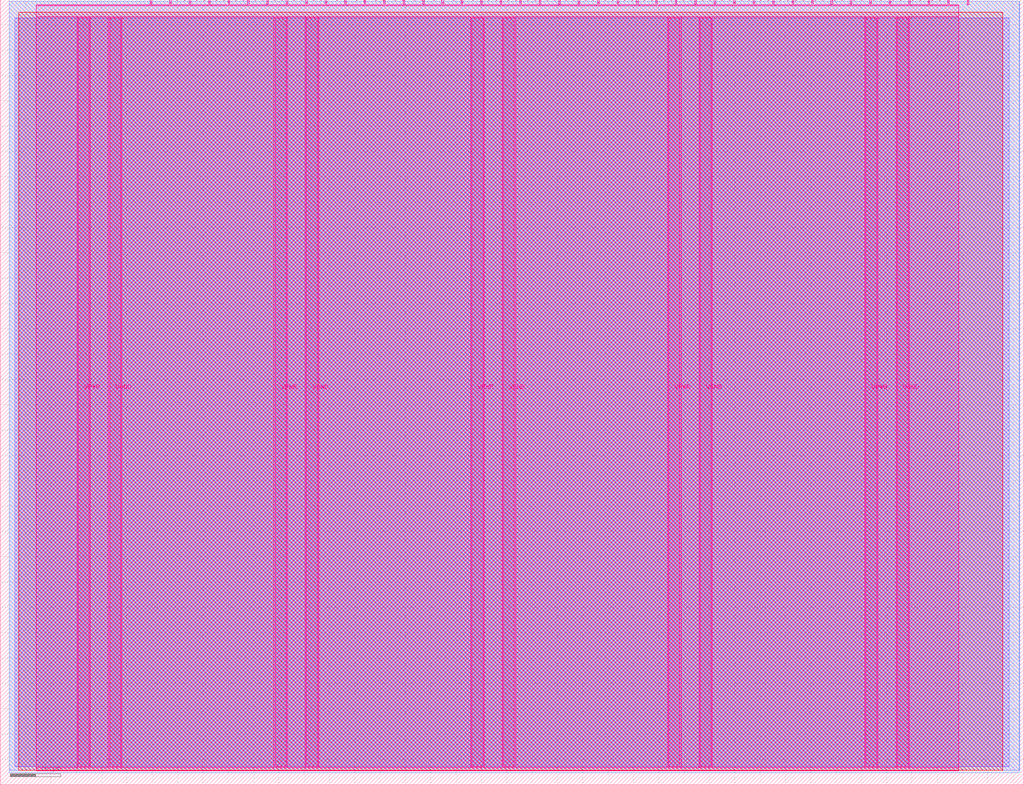
<source format=lef>
VERSION 5.7 ;
  NOWIREEXTENSIONATPIN ON ;
  DIVIDERCHAR "/" ;
  BUSBITCHARS "[]" ;
MACRO tt_um_zerotoasic_logo_screensaver
  CLASS BLOCK ;
  FOREIGN tt_um_zerotoasic_logo_screensaver ;
  ORIGIN 0.000 0.000 ;
  SIZE 202.080 BY 154.980 ;
  PIN VGND
    DIRECTION INOUT ;
    USE GROUND ;
    PORT
      LAYER Metal5 ;
        RECT 21.580 3.560 23.780 151.420 ;
    END
    PORT
      LAYER Metal5 ;
        RECT 60.450 3.560 62.650 151.420 ;
    END
    PORT
      LAYER Metal5 ;
        RECT 99.320 3.560 101.520 151.420 ;
    END
    PORT
      LAYER Metal5 ;
        RECT 138.190 3.560 140.390 151.420 ;
    END
    PORT
      LAYER Metal5 ;
        RECT 177.060 3.560 179.260 151.420 ;
    END
  END VGND
  PIN VPWR
    DIRECTION INOUT ;
    USE POWER ;
    PORT
      LAYER Metal5 ;
        RECT 15.380 3.560 17.580 151.420 ;
    END
    PORT
      LAYER Metal5 ;
        RECT 54.250 3.560 56.450 151.420 ;
    END
    PORT
      LAYER Metal5 ;
        RECT 93.120 3.560 95.320 151.420 ;
    END
    PORT
      LAYER Metal5 ;
        RECT 131.990 3.560 134.190 151.420 ;
    END
    PORT
      LAYER Metal5 ;
        RECT 170.860 3.560 173.060 151.420 ;
    END
  END VPWR
  PIN clk
    DIRECTION INPUT ;
    USE SIGNAL ;
    ANTENNAGATEAREA 0.213200 ;
    PORT
      LAYER Metal5 ;
        RECT 187.050 153.980 187.350 154.980 ;
    END
  END clk
  PIN ena
    DIRECTION INPUT ;
    USE SIGNAL ;
    PORT
      LAYER Metal5 ;
        RECT 190.890 153.980 191.190 154.980 ;
    END
  END ena
  PIN rst_n
    DIRECTION INPUT ;
    USE SIGNAL ;
    ANTENNAGATEAREA 0.213200 ;
    PORT
      LAYER Metal5 ;
        RECT 183.210 153.980 183.510 154.980 ;
    END
  END rst_n
  PIN ui_in[0]
    DIRECTION INPUT ;
    USE SIGNAL ;
    ANTENNAGATEAREA 0.180700 ;
    PORT
      LAYER Metal5 ;
        RECT 179.370 153.980 179.670 154.980 ;
    END
  END ui_in[0]
  PIN ui_in[1]
    DIRECTION INPUT ;
    USE SIGNAL ;
    ANTENNAGATEAREA 0.180700 ;
    PORT
      LAYER Metal5 ;
        RECT 175.530 153.980 175.830 154.980 ;
    END
  END ui_in[1]
  PIN ui_in[2]
    DIRECTION INPUT ;
    USE SIGNAL ;
    PORT
      LAYER Metal5 ;
        RECT 171.690 153.980 171.990 154.980 ;
    END
  END ui_in[2]
  PIN ui_in[3]
    DIRECTION INPUT ;
    USE SIGNAL ;
    PORT
      LAYER Metal5 ;
        RECT 167.850 153.980 168.150 154.980 ;
    END
  END ui_in[3]
  PIN ui_in[4]
    DIRECTION INPUT ;
    USE SIGNAL ;
    ANTENNAGATEAREA 0.180700 ;
    PORT
      LAYER Metal5 ;
        RECT 164.010 153.980 164.310 154.980 ;
    END
  END ui_in[4]
  PIN ui_in[5]
    DIRECTION INPUT ;
    USE SIGNAL ;
    ANTENNAGATEAREA 0.180700 ;
    PORT
      LAYER Metal5 ;
        RECT 160.170 153.980 160.470 154.980 ;
    END
  END ui_in[5]
  PIN ui_in[6]
    DIRECTION INPUT ;
    USE SIGNAL ;
    ANTENNAGATEAREA 0.180700 ;
    PORT
      LAYER Metal5 ;
        RECT 156.330 153.980 156.630 154.980 ;
    END
  END ui_in[6]
  PIN ui_in[7]
    DIRECTION INPUT ;
    USE SIGNAL ;
    PORT
      LAYER Metal5 ;
        RECT 152.490 153.980 152.790 154.980 ;
    END
  END ui_in[7]
  PIN uio_in[0]
    DIRECTION INPUT ;
    USE SIGNAL ;
    PORT
      LAYER Metal5 ;
        RECT 148.650 153.980 148.950 154.980 ;
    END
  END uio_in[0]
  PIN uio_in[1]
    DIRECTION INPUT ;
    USE SIGNAL ;
    PORT
      LAYER Metal5 ;
        RECT 144.810 153.980 145.110 154.980 ;
    END
  END uio_in[1]
  PIN uio_in[2]
    DIRECTION INPUT ;
    USE SIGNAL ;
    PORT
      LAYER Metal5 ;
        RECT 140.970 153.980 141.270 154.980 ;
    END
  END uio_in[2]
  PIN uio_in[3]
    DIRECTION INPUT ;
    USE SIGNAL ;
    PORT
      LAYER Metal5 ;
        RECT 137.130 153.980 137.430 154.980 ;
    END
  END uio_in[3]
  PIN uio_in[4]
    DIRECTION INPUT ;
    USE SIGNAL ;
    PORT
      LAYER Metal5 ;
        RECT 133.290 153.980 133.590 154.980 ;
    END
  END uio_in[4]
  PIN uio_in[5]
    DIRECTION INPUT ;
    USE SIGNAL ;
    PORT
      LAYER Metal5 ;
        RECT 129.450 153.980 129.750 154.980 ;
    END
  END uio_in[5]
  PIN uio_in[6]
    DIRECTION INPUT ;
    USE SIGNAL ;
    PORT
      LAYER Metal5 ;
        RECT 125.610 153.980 125.910 154.980 ;
    END
  END uio_in[6]
  PIN uio_in[7]
    DIRECTION INPUT ;
    USE SIGNAL ;
    PORT
      LAYER Metal5 ;
        RECT 121.770 153.980 122.070 154.980 ;
    END
  END uio_in[7]
  PIN uio_oe[0]
    DIRECTION OUTPUT ;
    USE SIGNAL ;
    ANTENNADIFFAREA 0.299200 ;
    PORT
      LAYER Metal5 ;
        RECT 56.490 153.980 56.790 154.980 ;
    END
  END uio_oe[0]
  PIN uio_oe[1]
    DIRECTION OUTPUT ;
    USE SIGNAL ;
    ANTENNADIFFAREA 0.299200 ;
    PORT
      LAYER Metal5 ;
        RECT 52.650 153.980 52.950 154.980 ;
    END
  END uio_oe[1]
  PIN uio_oe[2]
    DIRECTION OUTPUT ;
    USE SIGNAL ;
    ANTENNADIFFAREA 0.299200 ;
    PORT
      LAYER Metal5 ;
        RECT 48.810 153.980 49.110 154.980 ;
    END
  END uio_oe[2]
  PIN uio_oe[3]
    DIRECTION OUTPUT ;
    USE SIGNAL ;
    ANTENNADIFFAREA 0.299200 ;
    PORT
      LAYER Metal5 ;
        RECT 44.970 153.980 45.270 154.980 ;
    END
  END uio_oe[3]
  PIN uio_oe[4]
    DIRECTION OUTPUT ;
    USE SIGNAL ;
    ANTENNADIFFAREA 0.299200 ;
    PORT
      LAYER Metal5 ;
        RECT 41.130 153.980 41.430 154.980 ;
    END
  END uio_oe[4]
  PIN uio_oe[5]
    DIRECTION OUTPUT ;
    USE SIGNAL ;
    ANTENNADIFFAREA 0.299200 ;
    PORT
      LAYER Metal5 ;
        RECT 37.290 153.980 37.590 154.980 ;
    END
  END uio_oe[5]
  PIN uio_oe[6]
    DIRECTION OUTPUT ;
    USE SIGNAL ;
    ANTENNADIFFAREA 0.299200 ;
    PORT
      LAYER Metal5 ;
        RECT 33.450 153.980 33.750 154.980 ;
    END
  END uio_oe[6]
  PIN uio_oe[7]
    DIRECTION OUTPUT ;
    USE SIGNAL ;
    ANTENNADIFFAREA 0.299200 ;
    PORT
      LAYER Metal5 ;
        RECT 29.610 153.980 29.910 154.980 ;
    END
  END uio_oe[7]
  PIN uio_out[0]
    DIRECTION OUTPUT ;
    USE SIGNAL ;
    ANTENNADIFFAREA 0.299200 ;
    PORT
      LAYER Metal5 ;
        RECT 87.210 153.980 87.510 154.980 ;
    END
  END uio_out[0]
  PIN uio_out[1]
    DIRECTION OUTPUT ;
    USE SIGNAL ;
    ANTENNADIFFAREA 0.299200 ;
    PORT
      LAYER Metal5 ;
        RECT 83.370 153.980 83.670 154.980 ;
    END
  END uio_out[1]
  PIN uio_out[2]
    DIRECTION OUTPUT ;
    USE SIGNAL ;
    ANTENNADIFFAREA 0.299200 ;
    PORT
      LAYER Metal5 ;
        RECT 79.530 153.980 79.830 154.980 ;
    END
  END uio_out[2]
  PIN uio_out[3]
    DIRECTION OUTPUT ;
    USE SIGNAL ;
    ANTENNADIFFAREA 0.299200 ;
    PORT
      LAYER Metal5 ;
        RECT 75.690 153.980 75.990 154.980 ;
    END
  END uio_out[3]
  PIN uio_out[4]
    DIRECTION OUTPUT ;
    USE SIGNAL ;
    ANTENNADIFFAREA 0.299200 ;
    PORT
      LAYER Metal5 ;
        RECT 71.850 153.980 72.150 154.980 ;
    END
  END uio_out[4]
  PIN uio_out[5]
    DIRECTION OUTPUT ;
    USE SIGNAL ;
    ANTENNADIFFAREA 0.299200 ;
    PORT
      LAYER Metal5 ;
        RECT 68.010 153.980 68.310 154.980 ;
    END
  END uio_out[5]
  PIN uio_out[6]
    DIRECTION OUTPUT ;
    USE SIGNAL ;
    ANTENNADIFFAREA 0.299200 ;
    PORT
      LAYER Metal5 ;
        RECT 64.170 153.980 64.470 154.980 ;
    END
  END uio_out[6]
  PIN uio_out[7]
    DIRECTION OUTPUT ;
    USE SIGNAL ;
    ANTENNADIFFAREA 0.299200 ;
    PORT
      LAYER Metal5 ;
        RECT 60.330 153.980 60.630 154.980 ;
    END
  END uio_out[7]
  PIN uo_out[0]
    DIRECTION OUTPUT ;
    USE SIGNAL ;
    ANTENNADIFFAREA 0.632400 ;
    PORT
      LAYER Metal5 ;
        RECT 117.930 153.980 118.230 154.980 ;
    END
  END uo_out[0]
  PIN uo_out[1]
    DIRECTION OUTPUT ;
    USE SIGNAL ;
    ANTENNADIFFAREA 0.632400 ;
    PORT
      LAYER Metal5 ;
        RECT 114.090 153.980 114.390 154.980 ;
    END
  END uo_out[1]
  PIN uo_out[2]
    DIRECTION OUTPUT ;
    USE SIGNAL ;
    ANTENNADIFFAREA 0.632400 ;
    PORT
      LAYER Metal5 ;
        RECT 110.250 153.980 110.550 154.980 ;
    END
  END uo_out[2]
  PIN uo_out[3]
    DIRECTION OUTPUT ;
    USE SIGNAL ;
    ANTENNADIFFAREA 0.654800 ;
    PORT
      LAYER Metal5 ;
        RECT 106.410 153.980 106.710 154.980 ;
    END
  END uo_out[3]
  PIN uo_out[4]
    DIRECTION OUTPUT ;
    USE SIGNAL ;
    ANTENNADIFFAREA 0.632400 ;
    PORT
      LAYER Metal5 ;
        RECT 102.570 153.980 102.870 154.980 ;
    END
  END uo_out[4]
  PIN uo_out[5]
    DIRECTION OUTPUT ;
    USE SIGNAL ;
    ANTENNADIFFAREA 0.632400 ;
    PORT
      LAYER Metal5 ;
        RECT 98.730 153.980 99.030 154.980 ;
    END
  END uo_out[5]
  PIN uo_out[6]
    DIRECTION OUTPUT ;
    USE SIGNAL ;
    ANTENNADIFFAREA 0.632400 ;
    PORT
      LAYER Metal5 ;
        RECT 94.890 153.980 95.190 154.980 ;
    END
  END uo_out[6]
  PIN uo_out[7]
    DIRECTION OUTPUT ;
    USE SIGNAL ;
    ANTENNADIFFAREA 0.706800 ;
    PORT
      LAYER Metal5 ;
        RECT 91.050 153.980 91.350 154.980 ;
    END
  END uo_out[7]
  OBS
      LAYER GatPoly ;
        RECT 2.880 3.630 199.200 151.350 ;
      LAYER Metal1 ;
        RECT 2.880 3.560 199.200 151.420 ;
      LAYER Metal2 ;
        RECT 1.775 2.840 201.265 154.660 ;
      LAYER Metal3 ;
        RECT 1.820 2.365 201.220 154.705 ;
      LAYER Metal4 ;
        RECT 3.695 2.840 197.905 152.560 ;
      LAYER Metal5 ;
        RECT 7.100 153.770 29.400 153.980 ;
        RECT 30.120 153.770 33.240 153.980 ;
        RECT 33.960 153.770 37.080 153.980 ;
        RECT 37.800 153.770 40.920 153.980 ;
        RECT 41.640 153.770 44.760 153.980 ;
        RECT 45.480 153.770 48.600 153.980 ;
        RECT 49.320 153.770 52.440 153.980 ;
        RECT 53.160 153.770 56.280 153.980 ;
        RECT 57.000 153.770 60.120 153.980 ;
        RECT 60.840 153.770 63.960 153.980 ;
        RECT 64.680 153.770 67.800 153.980 ;
        RECT 68.520 153.770 71.640 153.980 ;
        RECT 72.360 153.770 75.480 153.980 ;
        RECT 76.200 153.770 79.320 153.980 ;
        RECT 80.040 153.770 83.160 153.980 ;
        RECT 83.880 153.770 87.000 153.980 ;
        RECT 87.720 153.770 90.840 153.980 ;
        RECT 91.560 153.770 94.680 153.980 ;
        RECT 95.400 153.770 98.520 153.980 ;
        RECT 99.240 153.770 102.360 153.980 ;
        RECT 103.080 153.770 106.200 153.980 ;
        RECT 106.920 153.770 110.040 153.980 ;
        RECT 110.760 153.770 113.880 153.980 ;
        RECT 114.600 153.770 117.720 153.980 ;
        RECT 118.440 153.770 121.560 153.980 ;
        RECT 122.280 153.770 125.400 153.980 ;
        RECT 126.120 153.770 129.240 153.980 ;
        RECT 129.960 153.770 133.080 153.980 ;
        RECT 133.800 153.770 136.920 153.980 ;
        RECT 137.640 153.770 140.760 153.980 ;
        RECT 141.480 153.770 144.600 153.980 ;
        RECT 145.320 153.770 148.440 153.980 ;
        RECT 149.160 153.770 152.280 153.980 ;
        RECT 153.000 153.770 156.120 153.980 ;
        RECT 156.840 153.770 159.960 153.980 ;
        RECT 160.680 153.770 163.800 153.980 ;
        RECT 164.520 153.770 167.640 153.980 ;
        RECT 168.360 153.770 171.480 153.980 ;
        RECT 172.200 153.770 175.320 153.980 ;
        RECT 176.040 153.770 179.160 153.980 ;
        RECT 179.880 153.770 183.000 153.980 ;
        RECT 183.720 153.770 186.840 153.980 ;
        RECT 187.560 153.770 189.220 153.980 ;
        RECT 7.100 151.630 189.220 153.770 ;
        RECT 7.100 3.350 15.170 151.630 ;
        RECT 17.790 3.350 21.370 151.630 ;
        RECT 23.990 3.350 54.040 151.630 ;
        RECT 56.660 3.350 60.240 151.630 ;
        RECT 62.860 3.350 92.910 151.630 ;
        RECT 95.530 3.350 99.110 151.630 ;
        RECT 101.730 3.350 131.780 151.630 ;
        RECT 134.400 3.350 137.980 151.630 ;
        RECT 140.600 3.350 170.650 151.630 ;
        RECT 173.270 3.350 176.850 151.630 ;
        RECT 179.470 3.350 189.220 151.630 ;
        RECT 7.100 2.795 189.220 3.350 ;
  END
END tt_um_zerotoasic_logo_screensaver
END LIBRARY


</source>
